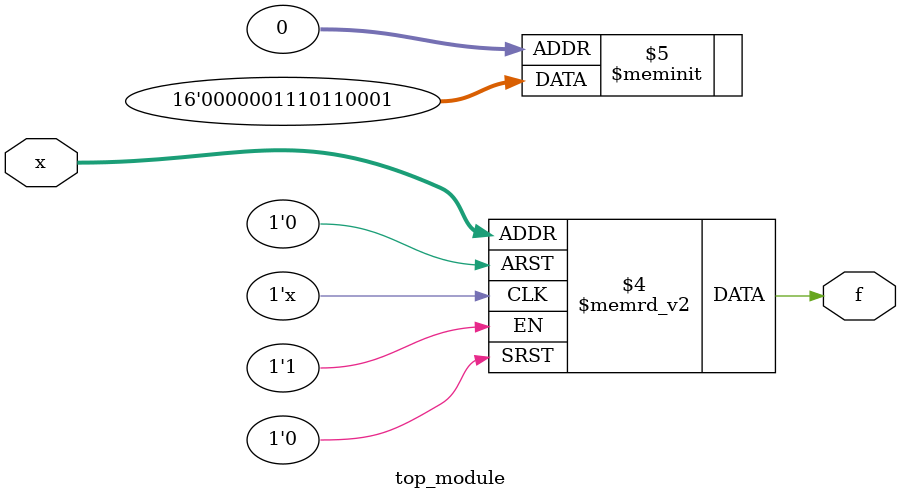
<source format=sv>
module top_module (
	input [4:1] x,
	output logic f
);

always_comb begin
	case (x)
		4'b0000: f = 1;
		4'b0010: f = 0;
		4'b0011: f = 0;
		4'b0100: f = 1;
		4'b0101: f = 1;
		4'b0110: f = 0;
		4'b0111: f = 1;
		4'b1000: f = 1;
		4'b1001: f = 1;
		4'b1010: f = 0;
		4'b1011: f = 0;
		default: f = 0;
	endcase
end

endmodule

</source>
